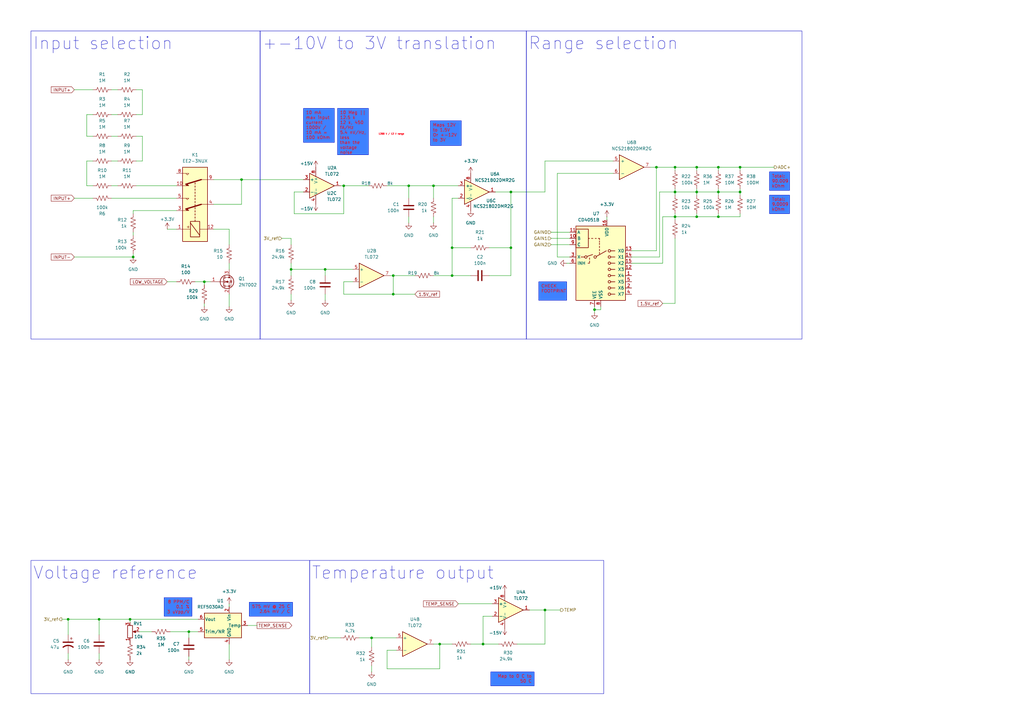
<source format=kicad_sch>
(kicad_sch (version 20231120) (generator "eeschema") (generator_version "8.0")
  (paper "A3")
  (lib_symbols
    (symbol "Amplifier_Operational:TL072" (pin_names (offset 0.127))
      (property "Reference" "U" (at 0 5.08 0))
      (property "Value" "TL072" (at 0 -5.08 0))
      (symbol "TL072_1_1"
        (pin output line (at 7.62 0 180) (length 2.54) (name "~") (number "1"))
        (pin input line (at -7.62 -2.54 0) (length 2.54) (name "-") (number "2"))
        (pin input line (at -7.62 2.54 0) (length 2.54) (name "+") (number "3"))
      )
      (symbol "TL072_2_1"
        (pin input line (at -7.62 2.54 0) (length 2.54) (name "+") (number "5"))
        (pin input line (at -7.62 -2.54 0) (length 2.54) (name "-") (number "6"))
        (pin output line (at 7.62 0 180) (length 2.54) (name "~") (number "7"))
      )
      (symbol "TL072_3_1"
        (pin power_in line (at -2.54 -7.62 90) (length 3.81) (name "V-") (number "4"))
        (pin power_in line (at -2.54 7.62 270) (length 3.81) (name "V+") (number "8"))
      )
    )
    (symbol "Analog_Switch:CD4051B"
      (property "Reference" "U" (at -10.16 16.51 0))
      (property "Value" "CD4051B" (at 3.81 16.51 0))
      (symbol "CD4051B_1_1"
        (pin bidirectional line (at 12.7 -5.08 180) (length 2.54) (name "X4") (number "1"))
        (pin input line (at -12.7 10.16 0) (length 2.54) (name "B") (number "10"))
        (pin input line (at -12.7 12.7 0) (length 2.54) (name "A") (number "11"))
        (pin bidirectional line (at 12.7 -2.54 180) (length 2.54) (name "X3") (number "12"))
        (pin bidirectional line (at 12.7 5.08 180) (length 2.54) (name "X0") (number "13"))
        (pin bidirectional line (at 12.7 2.54 180) (length 2.54) (name "X1") (number "14"))
        (pin bidirectional line (at 12.7 0 180) (length 2.54) (name "X2") (number "15"))
        (pin power_in line (at 2.54 17.78 270) (length 2.54) (name "VDD") (number "16"))
        (pin bidirectional line (at 12.7 -10.16 180) (length 2.54) (name "X6") (number "2"))
        (pin bidirectional line (at -12.7 2.54 0) (length 2.54) (name "X") (number "3"))
        (pin bidirectional line (at 12.7 -12.7 180) (length 2.54) (name "X7") (number "4"))
        (pin bidirectional line (at 12.7 -7.62 180) (length 2.54) (name "X5") (number "5"))
        (pin input line (at -12.7 0 0) (length 2.54) (name "INH") (number "6"))
        (pin power_in line (at -2.54 -17.78 90) (length 2.54) (name "VEE") (number "7"))
        (pin power_in line (at 0 -17.78 90) (length 2.54) (name "VSS") (number "8"))
        (pin input line (at -12.7 7.62 0) (length 2.54) (name "C") (number "9"))
      )
    )
    (symbol "Device:C" (pin_numbers hide) (pin_names (offset 0.254))
      (property "Reference" "C" (at 0.635 2.54 0))
      (property "Value" "C" (at 0.635 -2.54 0))
      (symbol "C_1_1"
        (pin passive line (at 0 3.81 270) (length 2.794) (name "~") (number "1"))
        (pin passive line (at 0 -3.81 90) (length 2.794) (name "~") (number "2"))
      )
    )
    (symbol "Device:C_Polarized_US" (pin_numbers hide) (pin_names (offset 0.254) hide)
      (property "Reference" "C" (at 0.635 2.54 0))
      (property "Value" "C_Polarized_US" (at 0.635 -2.54 0))
      (symbol "C_Polarized_US_1_1"
        (pin passive line (at 0 3.81 270) (length 2.794) (name "~") (number "1"))
        (pin passive line (at 0 -3.81 90) (length 3.302) (name "~") (number "2"))
      )
    )
    (symbol "Device:R_Potentiometer" (pin_names (offset 1.016) hide)
      (property "Reference" "RV" (at -4.445 0 90))
      (property "Value" "R_Potentiometer" (at -2.54 0 90))
      (symbol "R_Potentiometer_1_1"
        (pin passive line (at 0 3.81 270) (length 1.27) (name "1") (number "1"))
        (pin passive line (at 3.81 0 180) (length 1.27) (name "2") (number "2"))
        (pin passive line (at 0 -3.81 90) (length 1.27) (name "3") (number "3"))
      )
    )
    (symbol "Device:R_US" (pin_numbers hide) (pin_names (offset 0))
      (property "Reference" "R" (at 2.54 0 90))
      (property "Value" "R_US" (at -2.54 0 90))
      (symbol "R_US_1_1"
        (pin passive line (at 0 3.81 270) (length 1.27) (name "~") (number "1"))
        (pin passive line (at 0 -3.81 90) (length 1.27) (name "~") (number "2"))
      )
    )
    (symbol "Reference_Voltage:REF5030AD" (pin_names (offset 0.254))
      (property "Reference" "U" (at -1.27 8.255 0))
      (property "Value" "REF5030AD" (at -1.27 6.35 0))
      (symbol "REF5030AD_1_1"
        (pin no_connect line (at -7.62 2.54 0) (length 2.54) hide (name "DNC") (number "1"))
        (pin power_in line (at -2.54 7.62 270) (length 2.54) (name "Vin") (number "2"))
        (pin passive line (at -10.16 0 0) (length 2.54) (name "Temp") (number "3"))
        (pin power_in line (at -2.54 -7.62 90) (length 2.54) (name "GND") (number "4"))
        (pin passive line (at 10.16 -2.54 180) (length 2.54) (name "Trim/NR") (number "5"))
        (pin power_out line (at 10.16 2.54 180) (length 2.54) (name "Vout") (number "6"))
        (pin no_connect line (at -5.08 -5.08 90) (length 2.54) hide (name "NC") (number "7"))
        (pin no_connect line (at 7.62 0 180) (length 2.54) hide (name "DNC") (number "8"))
      )
    )
    (symbol "Relay:EE2-3NUX"
      (property "Reference" "K" (at 15.24 8.89 0))
      (property "Value" "EE2-3NUX" (at 19.05 6.35 0))
      (symbol "EE2-3NUX_1_1"
        (text "+" (at -9.271 2.921 0) (effects (font (size 1.27 1.27))))
        (pin passive line (at -10.16 7.62 270) (length 2.54) (name "~") (number "1"))
        (pin passive line (at 7.62 7.62 270) (length 2.54) (name "~") (number "10"))
        (pin passive line (at -10.16 -7.62 90) (length 2.54) (name "~") (number "12"))
        (pin passive line (at -2.54 7.62 270) (length 2.54) (name "~") (number "3"))
        (pin passive line (at 0 -7.62 90) (length 2.54) (name "~") (number "4"))
        (pin passive line (at 2.54 7.62 270) (length 2.54) (name "~") (number "5"))
        (pin passive line (at 12.7 7.62 270) (length 2.54) (name "~") (number "8"))
        (pin passive line (at 10.16 -7.62 90) (length 2.54) (name "~") (number "9"))
      )
    )
    (symbol "Transistor_FET:2N7002" (pin_names hide)
      (property "Reference" "Q" (at 5.08 1.905 0))
      (property "Value" "2N7002" (at 5.08 0 0))
      (symbol "2N7002_1_1"
        (pin input line (at -5.08 0 0) (length 2.54) (name "G") (number "1"))
        (pin passive line (at 2.54 -5.08 90) (length 2.54) (name "S") (number "2"))
        (pin passive line (at 2.54 5.08 270) (length 2.54) (name "D") (number "3"))
      )
    )
    (symbol "power:+15V" (power) (pin_numbers hide) (pin_names (offset 0) hide)
      (property "Value" "+15V" (at 0 3.556 0))
      (symbol "+15V_1_1"
        (pin power_in line (at 0 0 90) (length 0) (name "~") (number "1"))
      )
    )
    (symbol "power:+3.3V" (power) (pin_numbers hide) (pin_names (offset 0) hide)
      (property "Value" "+3.3V" (at 0 3.556 0))
      (symbol "+3.3V_1_1"
        (pin power_in line (at 0 0 90) (length 0) (name "~") (number "1"))
      )
    )
    (symbol "power:GND" (power) (pin_numbers hide) (pin_names (offset 0) hide)
      (property "Value" "GND" (at 0 -3.81 0))
      (symbol "GND_1_1"
        (pin power_in line (at 0 0 270) (length 0) (name "~") (number "1"))
      )
    )
    (symbol "voltmeter_lib:NCS21802DMR2G"
      (property "Reference" "U" (at 0 5.08 0))
      (property "Value" "NCS21802DMR2G" (at 0 -5.08 0))
      (symbol "NCS21802DMR2G_1_1"
        (pin output line (at 7.62 0 180) (length 2.54) (name "~") (number "1"))
        (pin input line (at -7.62 -2.54 0) (length 2.54) (name "-") (number "2"))
        (pin input line (at -7.62 2.54 0) (length 2.54) (name "+") (number "3"))
      )
      (symbol "NCS21802DMR2G_2_1"
        (pin input line (at -7.62 2.54 0) (length 2.54) (name "+") (number "5"))
        (pin input line (at -7.62 -2.54 0) (length 2.54) (name "-") (number "6"))
        (pin output line (at 7.62 0 180) (length 2.54) (name "~") (number "7"))
      )
      (symbol "NCS21802DMR2G_3_1"
        (pin power_in line (at -2.54 -7.62 90) (length 3.81) (name "V-") (number "4"))
        (pin power_in line (at -2.54 7.62 270) (length 3.81) (name "V+") (number "8"))
      )
    )
  )
  (junction (at 180.34 264.16))
  (junction (at 209.55 101.6))
  (junction (at 185.42 101.6))
  (junction (at 294.64 88.9))
  (junction (at 161.29 113.03))
  (junction (at 119.38 110.49))
  (junction (at 276.86 68.58))
  (junction (at 83.82 115.57))
  (junction (at 243.84 127))
  (junction (at 294.64 68.58))
  (junction (at 167.64 76.2))
  (junction (at 152.4 261.62))
  (junction (at 177.8 76.2))
  (junction (at 133.35 110.49))
  (junction (at 285.75 68.58))
  (junction (at 198.12 264.16))
  (junction (at 269.24 68.58))
  (junction (at 276.86 88.9))
  (junction (at 285.75 78.74))
  (junction (at 140.97 76.2))
  (junction (at 161.29 120.65))
  (junction (at 303.53 78.74))
  (junction (at 303.53 68.58))
  (junction (at 40.64 254))
  (junction (at 276.86 78.74))
  (junction (at 285.75 88.9))
  (junction (at 53.34 254))
  (junction (at 99.06 73.66))
  (junction (at 185.42 113.03))
  (junction (at 27.94 254))
  (junction (at 294.64 78.74))
  (junction (at 77.47 259.08))
  (junction (at 54.61 105.41))
  (junction (at 223.52 250.19))
  (junction (at 209.55 78.74))
  (wire (pts (xy 276.86 88.9) (xy 276.86 90.17)))
  (wire (pts (xy 177.8 76.2) (xy 187.96 76.2)))
  (wire (pts (xy 162.56 266.7) (xy 158.75 266.7)))
  (wire (pts (xy 285.75 87.63) (xy 285.75 88.9)))
  (wire (pts (xy 45.72 76.2) (xy 48.26 76.2)))
  (wire (pts (xy 294.64 87.63) (xy 294.64 88.9)))
  (wire (pts (xy 167.64 91.44) (xy 167.64 88.9)))
  (wire (pts (xy 140.97 120.65) (xy 161.29 120.65)))
  (wire (pts (xy 133.35 110.49) (xy 144.78 110.49)))
  (wire (pts (xy 303.53 87.63) (xy 303.53 88.9)))
  (wire (pts (xy 139.7 76.2) (xy 140.97 76.2)))
  (wire (pts (xy 233.68 105.41) (xy 228.6 105.41)))
  (wire (pts (xy 58.42 66.04) (xy 55.88 66.04)))
  (wire (pts (xy 30.48 81.28) (xy 38.1 81.28)))
  (wire (pts (xy 226.06 100.33) (xy 233.68 100.33)))
  (wire (pts (xy 83.82 115.57) (xy 86.36 115.57)))
  (wire (pts (xy 266.7 68.58) (xy 269.24 68.58)))
  (wire (pts (xy 177.8 264.16) (xy 180.34 264.16)))
  (wire (pts (xy 294.64 69.85) (xy 294.64 68.58)))
  (wire (pts (xy 93.98 110.49) (xy 93.98 107.95)))
  (wire (pts (xy 259.08 105.41) (xy 270.51 105.41)))
  (wire (pts (xy 294.64 88.9) (xy 303.53 88.9)))
  (wire (pts (xy 120.65 87.63) (xy 120.65 78.74)))
  (wire (pts (xy 152.4 261.62) (xy 162.56 261.62)))
  (wire (pts (xy 269.24 68.58) (xy 276.86 68.58)))
  (wire (pts (xy 212.09 264.16) (xy 223.52 264.16)))
  (wire (pts (xy 285.75 78.74) (xy 294.64 78.74)))
  (wire (pts (xy 185.42 113.03) (xy 185.42 101.6)))
  (wire (pts (xy 58.42 46.99) (xy 55.88 46.99)))
  (wire (pts (xy 55.88 76.2) (xy 72.39 76.2)))
  (wire (pts (xy 68.58 115.57) (xy 72.39 115.57)))
  (wire (pts (xy 93.98 270.51) (xy 93.98 264.16)))
  (wire (pts (xy 115.57 97.79) (xy 119.38 97.79)))
  (wire (pts (xy 271.78 124.46) (xy 276.86 124.46)))
  (wire (pts (xy 285.75 88.9) (xy 294.64 88.9)))
  (wire (pts (xy 152.4 261.62) (xy 152.4 265.43)))
  (wire (pts (xy 54.61 105.41) (xy 54.61 104.14)))
  (wire (pts (xy 80.01 115.57) (xy 83.82 115.57)))
  (wire (pts (xy 269.24 68.58) (xy 269.24 102.87)))
  (wire (pts (xy 198.12 252.73) (xy 198.12 264.16)))
  (wire (pts (xy 134.62 261.62) (xy 139.7 261.62)))
  (wire (pts (xy 35.56 66.04) (xy 35.56 76.2)))
  (wire (pts (xy 193.04 113.03) (xy 185.42 113.03)))
  (wire (pts (xy 140.97 76.2) (xy 140.97 87.63)))
  (wire (pts (xy 53.34 254) (xy 81.28 254)))
  (wire (pts (xy 294.64 78.74) (xy 303.53 78.74)))
  (wire (pts (xy 226.06 97.79) (xy 233.68 97.79)))
  (wire (pts (xy 193.04 264.16) (xy 198.12 264.16)))
  (wire (pts (xy 170.18 120.65) (xy 161.29 120.65)))
  (wire (pts (xy 40.64 254) (xy 40.64 260.35)))
  (wire (pts (xy 228.6 71.12) (xy 251.46 71.12)))
  (wire (pts (xy 161.29 113.03) (xy 161.29 120.65)))
  (wire (pts (xy 87.63 73.66) (xy 99.06 73.66)))
  (wire (pts (xy 160.02 113.03) (xy 161.29 113.03)))
  (wire (pts (xy 54.61 86.36) (xy 54.61 87.63)))
  (wire (pts (xy 30.48 36.83) (xy 38.1 36.83)))
  (wire (pts (xy 187.96 247.65) (xy 201.93 247.65)))
  (wire (pts (xy 45.72 46.99) (xy 48.26 46.99)))
  (wire (pts (xy 185.42 81.28) (xy 185.42 101.6)))
  (wire (pts (xy 93.98 125.73) (xy 93.98 120.65)))
  (wire (pts (xy 119.38 110.49) (xy 133.35 110.49)))
  (wire (pts (xy 119.38 107.95) (xy 119.38 110.49)))
  (wire (pts (xy 243.84 127) (xy 246.38 127)))
  (wire (pts (xy 158.75 274.32) (xy 180.34 274.32)))
  (wire (pts (xy 30.48 105.41) (xy 54.61 105.41)))
  (wire (pts (xy 226.06 95.25) (xy 233.68 95.25)))
  (wire (pts (xy 271.78 88.9) (xy 276.86 88.9)))
  (wire (pts (xy 83.82 115.57) (xy 83.82 116.84)))
  (wire (pts (xy 177.8 113.03) (xy 185.42 113.03)))
  (wire (pts (xy 140.97 115.57) (xy 140.97 120.65)))
  (wire (pts (xy 152.4 275.59) (xy 152.4 273.05)))
  (wire (pts (xy 232.41 107.95) (xy 233.68 107.95)))
  (wire (pts (xy 54.61 86.36) (xy 72.39 86.36)))
  (wire (pts (xy 93.98 247.65) (xy 93.98 248.92)))
  (wire (pts (xy 40.64 270.51) (xy 40.64 267.97)))
  (wire (pts (xy 243.84 127) (xy 243.84 125.73)))
  (wire (pts (xy 45.72 81.28) (xy 72.39 81.28)))
  (wire (pts (xy 223.52 250.19) (xy 229.87 250.19)))
  (wire (pts (xy 204.47 264.16) (xy 198.12 264.16)))
  (wire (pts (xy 276.86 97.79) (xy 276.86 124.46)))
  (wire (pts (xy 58.42 36.83) (xy 58.42 46.99)))
  (wire (pts (xy 276.86 78.74) (xy 285.75 78.74)))
  (wire (pts (xy 285.75 68.58) (xy 294.64 68.58)))
  (wire (pts (xy 200.66 101.6) (xy 209.55 101.6)))
  (wire (pts (xy 177.8 81.28) (xy 177.8 76.2)))
  (wire (pts (xy 303.53 68.58) (xy 294.64 68.58)))
  (wire (pts (xy 285.75 80.01) (xy 285.75 78.74)))
  (wire (pts (xy 259.08 107.95) (xy 271.78 107.95)))
  (wire (pts (xy 209.55 101.6) (xy 209.55 78.74)))
  (wire (pts (xy 144.78 115.57) (xy 140.97 115.57)))
  (wire (pts (xy 223.52 66.04) (xy 223.52 78.74)))
  (wire (pts (xy 77.47 270.51) (xy 77.47 269.24)))
  (wire (pts (xy 45.72 55.88) (xy 48.26 55.88)))
  (wire (pts (xy 180.34 264.16) (xy 185.42 264.16)))
  (wire (pts (xy 93.98 100.33) (xy 93.98 93.98)))
  (wire (pts (xy 58.42 55.88) (xy 58.42 66.04)))
  (wire (pts (xy 285.75 77.47) (xy 285.75 78.74)))
  (wire (pts (xy 158.75 76.2) (xy 167.64 76.2)))
  (wire (pts (xy 243.84 127) (xy 243.84 128.27)))
  (wire (pts (xy 55.88 55.88) (xy 58.42 55.88)))
  (wire (pts (xy 223.52 78.74) (xy 209.55 78.74)))
  (wire (pts (xy 223.52 66.04) (xy 251.46 66.04)))
  (wire (pts (xy 147.32 261.62) (xy 152.4 261.62)))
  (wire (pts (xy 55.88 36.83) (xy 58.42 36.83)))
  (wire (pts (xy 158.75 266.7) (xy 158.75 274.32)))
  (wire (pts (xy 133.35 123.19) (xy 133.35 120.65)))
  (wire (pts (xy 93.98 93.98) (xy 87.63 93.98)))
  (wire (pts (xy 303.53 69.85) (xy 303.53 68.58)))
  (wire (pts (xy 246.38 127) (xy 246.38 125.73)))
  (wire (pts (xy 38.1 46.99) (xy 35.56 46.99)))
  (wire (pts (xy 133.35 110.49) (xy 133.35 113.03)))
  (wire (pts (xy 161.29 113.03) (xy 170.18 113.03)))
  (wire (pts (xy 276.86 88.9) (xy 285.75 88.9)))
  (wire (pts (xy 120.65 87.63) (xy 140.97 87.63)))
  (wire (pts (xy 270.51 105.41) (xy 270.51 78.74)))
  (wire (pts (xy 180.34 274.32) (xy 180.34 264.16)))
  (wire (pts (xy 35.56 76.2) (xy 38.1 76.2)))
  (wire (pts (xy 120.65 78.74) (xy 124.46 78.74)))
  (wire (pts (xy 40.64 254) (xy 53.34 254)))
  (wire (pts (xy 167.64 76.2) (xy 167.64 81.28)))
  (wire (pts (xy 77.47 259.08) (xy 81.28 259.08)))
  (wire (pts (xy 27.94 254) (xy 40.64 254)))
  (wire (pts (xy 271.78 107.95) (xy 271.78 88.9)))
  (wire (pts (xy 276.86 68.58) (xy 285.75 68.58)))
  (wire (pts (xy 185.42 81.28) (xy 187.96 81.28)))
  (wire (pts (xy 119.38 110.49) (xy 119.38 113.03)))
  (wire (pts (xy 140.97 76.2) (xy 151.13 76.2)))
  (wire (pts (xy 119.38 97.79) (xy 119.38 100.33)))
  (wire (pts (xy 285.75 69.85) (xy 285.75 68.58)))
  (wire (pts (xy 167.64 76.2) (xy 177.8 76.2)))
  (wire (pts (xy 38.1 66.04) (xy 35.56 66.04)))
  (wire (pts (xy 223.52 250.19) (xy 217.17 250.19)))
  (wire (pts (xy 53.34 254) (xy 53.34 255.27)))
  (wire (pts (xy 25.4 254) (xy 27.94 254)))
  (wire (pts (xy 270.51 78.74) (xy 276.86 78.74)))
  (wire (pts (xy 276.86 88.9) (xy 276.86 87.63)))
  (wire (pts (xy 303.53 77.47) (xy 303.53 78.74)))
  (wire (pts (xy 45.72 36.83) (xy 48.26 36.83)))
  (wire (pts (xy 27.94 254) (xy 27.94 260.35)))
  (wire (pts (xy 276.86 78.74) (xy 276.86 80.01)))
  (wire (pts (xy 35.56 46.99) (xy 35.56 55.88)))
  (wire (pts (xy 228.6 105.41) (xy 228.6 71.12)))
  (wire (pts (xy 209.55 78.74) (xy 203.2 78.74)))
  (wire (pts (xy 83.82 124.46) (xy 83.82 125.73)))
  (wire (pts (xy 99.06 73.66) (xy 124.46 73.66)))
  (wire (pts (xy 54.61 95.25) (xy 54.61 96.52)))
  (wire (pts (xy 45.72 66.04) (xy 48.26 66.04)))
  (wire (pts (xy 68.58 93.98) (xy 72.39 93.98)))
  (wire (pts (xy 35.56 55.88) (xy 38.1 55.88)))
  (wire (pts (xy 209.55 113.03) (xy 209.55 101.6)))
  (wire (pts (xy 193.04 101.6) (xy 185.42 101.6)))
  (wire (pts (xy 101.6 256.54) (xy 105.41 256.54)))
  (wire (pts (xy 248.92 88.9) (xy 248.92 90.17)))
  (wire (pts (xy 99.06 83.82) (xy 99.06 73.66)))
  (wire (pts (xy 119.38 123.19) (xy 119.38 120.65)))
  (wire (pts (xy 57.15 259.08) (xy 62.23 259.08)))
  (wire (pts (xy 276.86 77.47) (xy 276.86 78.74)))
  (wire (pts (xy 77.47 259.08) (xy 77.47 261.62)))
  (wire (pts (xy 198.12 252.73) (xy 201.93 252.73)))
  (wire (pts (xy 87.63 83.82) (xy 99.06 83.82)))
  (wire (pts (xy 177.8 91.44) (xy 177.8 88.9)))
  (wire (pts (xy 259.08 102.87) (xy 269.24 102.87)))
  (wire (pts (xy 303.53 80.01) (xy 303.53 78.74)))
  (wire (pts (xy 317.5 68.58) (xy 303.53 68.58)))
  (wire (pts (xy 294.64 80.01) (xy 294.64 78.74)))
  (wire (pts (xy 200.66 113.03) (xy 209.55 113.03)))
  (wire (pts (xy 69.85 259.08) (xy 77.47 259.08)))
  (wire (pts (xy 27.94 270.51) (xy 27.94 267.97)))
  (wire (pts (xy 276.86 68.58) (xy 276.86 69.85)))
  (wire (pts (xy 223.52 264.16) (xy 223.52 250.19)))
  (wire (pts (xy 294.64 77.47) (xy 294.64 78.74)))
  (rectangle (start 127 229.87) (end 247.65 284.48))
  (rectangle (start 12.7 229.87) (end 127 284.48))
  (rectangle (start 106.68 12.7) (end 215.9 139.065))
  (rectangle (start 215.9 12.7) (end 328.93 139.065))
  (rectangle (start 12.7 12.7) (end 106.68 139.065))
  (text_box "CHECK\nFOOTPRINT" (at 220.98 115.57 0) (size 11.43 7.62) (fill (type color) (color 62 129 255 1)) (effects (font (size 1.27 1.27)) (justify left top)))
  (text_box "8 PPM/C\n0.1 %\n3 uVpp/V" (at 67.31 245.11 0) (size 11.43 7.62) (fill (type color) (color 62 129 255 1)) (effects (font (size 1.27 1.27)) (justify right top)))
  (text_box "575 mV @ 25 C\n2.64 mV / C" (at 102.235 247.015 0) (size 17.78 5.715) (fill (type color) (color 62 129 255 1)) (effects (font (size 1.27 1.27)) (justify right top)))
  (text_box "Maps 12V to 1.5V\nOr +-12V to 3V" (at 176.53 49.53 0) (size 12.7 10.16) (fill (type color) (color 62 129 255 1)) (effects (font (size 1.27 1.27)) (justify left top)))
  (text_box "Total: 90.009 kOhm" (at 315.595 70.485 0) (size 8.255 7.62) (fill (type color) (color 62 129 255 1)) (effects (font (size 1.27 1.27)) (justify left top)))
  (text_box "Map to 0 C to 50 C" (at 201.295 275.59 0) (size 17.78 5.715) (fill (type color) (color 62 129 255 1)) (effects (font (size 1.27 1.27)) (justify right top)))
  (text_box "10 Meg || 12.5 k \n12 k, 450 fA/Hz\n5.4 nV/Hz, less\nthan the voltage \nnoise" (at 138.43 44.45 0) (size 12.7 19.05) (fill (type color) (color 62 129 255 1)) (effects (font (size 1.27 1.27)) (justify left top)))
  (text_box "10 mA max input current\n1000V / 10 mA = 100 kOhm" (at 124.46 44.45 0) (size 12.7 13.97) (fill (type color) (color 62 129 255 1)) (effects (font (size 1.27 1.27)) (justify left top)))
  (text_box "Total: 9.0009 kOhm" (at 315.595 80.01 0) (size 8.255 7.62) (fill (type color) (color 62 129 255 1)) (effects (font (size 1.27 1.27)) (justify left top)))
  (text "Temperature output" (at 127.762 235.077 0) (effects (font (size 5.08 5.08)) (justify left)))
  (text "Range selection" (at 216.662 17.907 0) (effects (font (size 5.08 5.08)) (justify left)))
  (text "Input selection" (at 13.462 17.907 0) (effects (font (size 5.08 5.08)) (justify left)))
  (text "+-10V to 3V translation" (at 107.442 17.907 0) (effects (font (size 5.08 5.08)) (justify left)))
  (text "1200 V / 12 V range" (at 160.528 55.118 0) (effects (font (size 0.635 0.635))))
  (text "Voltage reference" (at 13.462 235.077 0) (effects (font (size 5.08 5.08)) (justify left)))
  (global_label "INPUT+" (shape input) (at 30.48 36.83 180) (property "Intersheetrefs" "${INTERSHEET_REFS}" (effects (hide yes))))
  (global_label "1.5V_ref" (shape input) (at 170.18 120.65 0) (property "Intersheetrefs" "${INTERSHEET_REFS}" (effects (hide yes))))
  (global_label "LOW_VOLTAGE" (shape input) (at 68.58 115.57 180) (property "Intersheetrefs" "${INTERSHEET_REFS}" (effects (hide yes))))
  (global_label "INPUT-" (shape input) (at 30.48 105.41 180) (property "Intersheetrefs" "${INTERSHEET_REFS}" (effects (hide yes))))
  (global_label "TEMP_SENSE" (shape input) (at 187.96 247.65 180) (property "Intersheetrefs" "${INTERSHEET_REFS}" (effects (hide yes))))
  (global_label "TEMP_SENSE" (shape output) (at 105.41 256.54 0) (property "Intersheetrefs" "${INTERSHEET_REFS}" (effects (hide yes))))
  (global_label "INPUT+" (shape input) (at 30.48 81.28 180) (property "Intersheetrefs" "${INTERSHEET_REFS}" (effects (hide yes))))
  (global_label "1.5V_ref" (shape input) (at 271.78 124.46 180) (property "Intersheetrefs" "${INTERSHEET_REFS}" (effects (hide yes))))
  (hierarchical_label "GAIN1" (shape input) (at 226.06 97.79 180))
  (hierarchical_label "TEMP" (shape output) (at 229.87 250.19 0))
  (hierarchical_label "ADC+" (shape output) (at 317.5 68.58 0))
  (hierarchical_label "3V_ref" (shape input) (at 115.57 97.79 180))
  (hierarchical_label "GAIN2" (shape input) (at 226.06 100.33 180))
  (hierarchical_label "3V_ref" (shape input) (at 134.62 261.62 180))
  (hierarchical_label "3V_ref" (shape output) (at 25.4 254 180))
  (hierarchical_label "GAIN0" (shape input) (at 226.06 95.25 180))
  (symbol (lib_id "Device:R_US") (at 41.91 55.88 90) (unit 1)
    (property "Reference" "R5" (at 41.91 49.53 90))
    (property "Value" "1M" (at 41.91 52.07 90))
    (property "Footprint" "Resistor_SMD:R_1206_3216Metric_Pad1.30x1.75mm_HandSolder" (effects (hide yes)))
    (property "Description" "Resistor, US symbol" (effects (hide yes)))
  )
  (symbol (lib_id "power:+15V") (at 207.01 242.57 0) (unit 1)
    (property "Reference" "#PWR029" (effects (hide yes)))
    (property "Value" "+15V" (at 203.2 241.046 0))
    (property "Description" "Power symbol creates a global label with name \"+15V\"" (effects (hide yes)))
  )
  (symbol (lib_id "Device:R_US") (at 276.86 73.66 180) (unit 1)
    (property "Reference" "R22" (at 279.4 72.3899 0) (effects (justify right)))
    (property "Value" "100k" (at 279.4 74.9299 0) (effects (justify right)))
    (property "Footprint" "Resistor_SMD:R_0603_1608Metric_Pad0.98x0.95mm_HandSolder" (effects (hide yes)))
    (property "Description" "Resistor, US symbol" (effects (hide yes)))
  )
  (symbol (lib_id "Device:R_US") (at 76.2 115.57 270) (unit 1)
    (property "Reference" "R14" (at 76.2 109.22 90))
    (property "Value" "100" (at 76.2 111.76 90))
    (property "Footprint" "Resistor_SMD:R_0603_1608Metric_Pad0.98x0.95mm_HandSolder" (effects (hide yes)))
    (property "Description" "Resistor, US symbol" (effects (hide yes)))
  )
  (symbol (lib_id "voltmeter_lib:NCS21802DMR2G") (at 259.08 68.58 0) (unit 2)
    (property "Reference" "U6" (at 259.08 58.42 0))
    (property "Value" "NCS21802DMR2G" (at 259.08 60.96 0))
    (property "Footprint" "Package_SO:OnSemi_Micro8" (effects (hide yes)))
    (property "Datasheet" "https://eu.mouser.com/datasheet/2/308/1/NCS21801_D-2317591.pdf" (effects (hide yes)))
    (property "Description" "Dual operational amplifier" (effects (hide yes)))
    (property "Sim.Library" "${KICAD7_SYMBOL_DIR}/Simulation_SPICE.sp" (effects (hide yes)))
    (property "Sim.Name" "kicad_builtin_opamp_dual" (effects (hide yes)))
    (property "Sim.Device" "SUBCKT" (effects (hide yes)))
    (property "Sim.Pins" "1=out1 2=in1- 3=in1+ 4=vee 5=in2+ 6=in2- 7=out2 8=vcc" (effects (hide yes)))
  )
  (symbol (lib_id "power:+15V") (at 129.54 68.58 0) (unit 1)
    (property "Reference" "#PWR014" (effects (hide yes)))
    (property "Value" "+15V" (at 125.73 67.056 0))
    (property "Description" "Power symbol creates a global label with name \"+15V\"" (effects (hide yes)))
  )
  (symbol (lib_id "Transistor_FET:2N7002") (at 91.44 115.57 0) (unit 1)
    (property "Reference" "Q1" (at 97.79 114.2999 0) (effects (justify left)))
    (property "Value" "2N7002" (at 97.79 116.8399 0) (effects (justify left)))
    (property "Footprint" "Package_TO_SOT_SMD:SOT-23" (effects (hide yes)))
    (property "Datasheet" "https://www.onsemi.com/pub/Collateral/NDS7002A-D.PDF" (effects (hide yes)))
    (property "Description" "0.115A Id, 60V Vds, N-Channel MOSFET, SOT-23" (effects (hide yes)))
  )
  (symbol (lib_id "Device:R_US") (at 154.94 76.2 270) (mirror x) (unit 1)
    (property "Reference" "R18" (at 150.114 75.184 90))
    (property "Value" "8k" (at 160.02 75.184 90))
    (property "Footprint" "Resistor_SMD:R_0603_1608Metric_Pad0.98x0.95mm_HandSolder" (effects (hide yes)))
    (property "Description" "Resistor, US symbol" (effects (hide yes)))
  )
  (symbol (lib_id "Amplifier_Operational:TL072") (at 209.55 250.19 0) (unit 1)
    (property "Reference" "U4" (at 213.614 242.824 0))
    (property "Value" "TL072" (at 213.614 245.364 0))
    (property "Footprint" "Package_SO:SOIC-8_3.9x4.9mm_P1.27mm" (effects (hide yes)))
    (property "Datasheet" "http://www.ti.com/lit/ds/symlink/tl071.pdf" (effects (hide yes)))
    (property "Description" "Dual Low-Noise JFET-Input Operational Amplifiers, DIP-8/SOIC-8" (effects (hide yes)))
  )
  (symbol (lib_id "Device:R_US") (at 52.07 55.88 90) (unit 1)
    (property "Reference" "R7" (at 52.07 49.53 90))
    (property "Value" "1M" (at 52.07 52.07 90))
    (property "Footprint" "Resistor_SMD:R_1206_3216Metric_Pad1.30x1.75mm_HandSolder" (effects (hide yes)))
    (property "Description" "Resistor, US symbol" (effects (hide yes)))
  )
  (symbol (lib_id "Device:R_US") (at 208.28 264.16 270) (mirror x) (unit 1)
    (property "Reference" "R30" (at 210.312 267.716 90) (effects (justify right)))
    (property "Value" "24.9k" (at 210.312 270.256 90) (effects (justify right)))
    (property "Footprint" "Resistor_SMD:R_0603_1608Metric_Pad0.98x0.95mm_HandSolder" (effects (hide yes)))
    (property "Description" "Resistor, US symbol" (effects (hide yes)))
  )
  (symbol (lib_id "Device:R_US") (at 83.82 120.65 0) (mirror x) (unit 1)
    (property "Reference" "R29" (at 81.28 119.3799 0) (effects (justify right)))
    (property "Value" "100k" (at 81.28 121.9199 0) (effects (justify right)))
    (property "Footprint" "Resistor_SMD:R_0603_1608Metric_Pad0.98x0.95mm_HandSolder" (effects (hide yes)))
    (property "Description" "Resistor, US symbol" (effects (hide yes)))
  )
  (symbol (lib_id "Device:R_US") (at 52.07 66.04 90) (unit 1)
    (property "Reference" "R9" (at 52.07 59.69 90))
    (property "Value" "1M" (at 52.07 62.23 90))
    (property "Footprint" "Resistor_SMD:R_1206_3216Metric_Pad1.30x1.75mm_HandSolder" (effects (hide yes)))
    (property "Description" "Resistor, US symbol" (effects (hide yes)))
  )
  (symbol (lib_id "Device:R_US") (at 285.75 83.82 180) (unit 1)
    (property "Reference" "R25" (at 288.29 82.5499 0) (effects (justify right)))
    (property "Value" "100k" (at 288.29 85.0899 0) (effects (justify right)))
    (property "Footprint" "Resistor_SMD:R_0603_1608Metric_Pad0.98x0.95mm_HandSolder" (effects (hide yes)))
    (property "Description" "Resistor, US symbol" (effects (hide yes)))
  )
  (symbol (lib_id "Device:R_US") (at 41.91 81.28 270) (mirror x) (unit 1)
    (property "Reference" "R6" (at 41.91 87.63 90))
    (property "Value" "100k" (at 41.91 85.09 90))
    (property "Footprint" "Resistor_SMD:R_0603_1608Metric_Pad0.98x0.95mm_HandSolder" (effects (hide yes)))
    (property "Description" "Resistor, US symbol" (effects (hide yes)))
  )
  (symbol (lib_id "power:GND") (at 133.35 123.19 0) (unit 1)
    (property "Reference" "#PWR036" (effects (hide yes)))
    (property "Value" "GND" (at 133.35 128.27 0))
    (property "Description" "Power symbol creates a global label with name \"GND\" , ground" (effects (hide yes)))
  )
  (symbol (lib_id "Device:C") (at 40.64 264.16 0) (mirror x) (unit 1)
    (property "Reference" "C6" (at 36.83 262.8899 0) (effects (justify right)))
    (property "Value" "100n" (at 36.83 265.4299 0) (effects (justify right)))
    (property "Footprint" "Capacitor_SMD:C_0603_1608Metric_Pad1.08x0.95mm_HandSolder" (effects (hide yes)))
    (property "Description" "Unpolarized capacitor" (effects (hide yes)))
  )
  (symbol (lib_id "power:GND") (at 40.64 270.51 0) (unit 1)
    (property "Reference" "#PWR033" (effects (hide yes)))
    (property "Value" "GND" (at 40.64 275.59 0))
    (property "Description" "Power symbol creates a global label with name \"GND\" , ground" (effects (hide yes)))
  )
  (symbol (lib_id "power:+3.3V") (at 193.04 71.12 0) (unit 1)
    (property "Reference" "#PWR018" (effects (hide yes)))
    (property "Value" "+3.3V" (at 193.04 66.04 0))
    (property "Description" "Power symbol creates a global label with name \"+3.3V\"" (effects (hide yes)))
  )
  (symbol (lib_id "Device:R_US") (at 294.64 83.82 180) (unit 1)
    (property "Reference" "R26" (at 297.18 82.5499 0) (effects (justify right)))
    (property "Value" "1M" (at 297.18 85.0899 0) (effects (justify right)))
    (property "Footprint" "Resistor_SMD:R_0603_1608Metric_Pad0.98x0.95mm_HandSolder" (effects (hide yes)))
    (property "Description" "Resistor, US symbol" (effects (hide yes)))
  )
  (symbol (lib_id "Device:R_US") (at 41.91 76.2 90) (unit 1)
    (property "Reference" "R10" (at 41.91 69.85 90))
    (property "Value" "1M" (at 41.91 72.39 90))
    (property "Footprint" "Resistor_SMD:R_1206_3216Metric_Pad1.30x1.75mm_HandSolder" (effects (hide yes)))
    (property "Description" "Resistor, US symbol" (effects (hide yes)))
  )
  (symbol (lib_id "power:GND") (at 54.61 105.41 0) (unit 1)
    (property "Reference" "#PWR01" (effects (hide yes)))
    (property "Value" "GND" (at 54.61 110.49 0))
    (property "Description" "Power symbol creates a global label with name \"GND\" , ground" (effects (hide yes)))
  )
  (symbol (lib_id "Device:R_US") (at 52.07 46.99 90) (unit 1)
    (property "Reference" "R4" (at 52.07 40.64 90))
    (property "Value" "1M" (at 52.07 43.18 90))
    (property "Footprint" "Resistor_SMD:R_1206_3216Metric_Pad1.30x1.75mm_HandSolder" (effects (hide yes)))
    (property "Description" "Resistor, US symbol" (effects (hide yes)))
  )
  (symbol (lib_id "Amplifier_Operational:TL072") (at 209.55 250.19 0) (unit 3)
    (property "Reference" "U4" (effects (hide yes)))
    (property "Value" "TL072" (effects (hide yes)))
    (property "Footprint" "Package_SO:SOIC-8_3.9x4.9mm_P1.27mm" (effects (hide yes)))
    (property "Datasheet" "http://www.ti.com/lit/ds/symlink/tl071.pdf" (effects (hide yes)))
    (property "Description" "Dual Low-Noise JFET-Input Operational Amplifiers, DIP-8/SOIC-8" (effects (hide yes)))
  )
  (symbol (lib_id "Amplifier_Operational:TL072") (at 170.18 264.16 0) (unit 2)
    (property "Reference" "U4" (at 170.18 254 0))
    (property "Value" "TL072" (at 170.18 256.54 0))
    (property "Footprint" "Package_SO:SOIC-8_3.9x4.9mm_P1.27mm" (effects (hide yes)))
    (property "Datasheet" "http://www.ti.com/lit/ds/symlink/tl071.pdf" (effects (hide yes)))
    (property "Description" "Dual Low-Noise JFET-Input Operational Amplifiers, DIP-8/SOIC-8" (effects (hide yes)))
  )
  (symbol (lib_id "Device:R_US") (at 54.61 100.33 0) (mirror x) (unit 1)
    (property "Reference" "R13" (at 52.07 99.0599 0) (effects (justify right)))
    (property "Value" "100k" (at 52.07 101.5999 0) (effects (justify right)))
    (property "Footprint" "Resistor_SMD:R_0603_1608Metric_Pad0.98x0.95mm_HandSolder" (effects (hide yes)))
    (property "Description" "Resistor, US symbol" (effects (hide yes)))
  )
  (symbol (lib_id "power:GND") (at 83.82 125.73 0) (unit 1)
    (property "Reference" "#PWR028" (effects (hide yes)))
    (property "Value" "GND" (at 83.82 130.81 0))
    (property "Description" "Power symbol creates a global label with name \"GND\" , ground" (effects (hide yes)))
  )
  (symbol (lib_id "power:+15V") (at 129.54 83.82 180) (unit 1)
    (property "Reference" "#PWR015" (effects (hide yes)))
    (property "Value" "-15V" (at 125.73 85.598 0))
    (property "Description" "Power symbol creates a global label with name \"+15V\"" (effects (hide yes)))
  )
  (symbol (lib_id "Device:R_US") (at 152.4 269.24 0) (mirror x) (unit 1)
    (property "Reference" "R32" (at 149.86 267.9699 0) (effects (justify right)))
    (property "Value" "1k" (at 149.86 270.5099 0) (effects (justify right)))
    (property "Footprint" "Resistor_SMD:R_0603_1608Metric_Pad0.98x0.95mm_HandSolder" (effects (hide yes)))
    (property "Description" "Resistor, US symbol" (effects (hide yes)))
  )
  (symbol (lib_id "Device:C") (at 77.47 265.43 0) (mirror x) (unit 1)
    (property "Reference" "C7" (at 73.66 264.1599 0) (effects (justify right)))
    (property "Value" "100n" (at 73.66 266.6999 0) (effects (justify right)))
    (property "Footprint" "Capacitor_SMD:C_0603_1608Metric_Pad1.08x0.95mm_HandSolder" (effects (hide yes)))
    (property "Description" "Unpolarized capacitor" (effects (hide yes)))
  )
  (symbol (lib_id "voltmeter_lib:NCS21802DMR2G") (at 195.58 78.74 0) (unit 3)
    (property "Reference" "U6" (at 199.39 82.296 0) (effects (justify left)))
    (property "Value" "NCS21802DMR2G" (at 194.056 84.582 0) (effects (justify left)))
    (property "Footprint" "Package_SO:OnSemi_Micro8" (effects (hide yes)))
    (property "Datasheet" "https://eu.mouser.com/datasheet/2/308/1/NCS21801_D-2317591.pdf" (effects (hide yes)))
    (property "Description" "Dual operational amplifier" (effects (hide yes)))
    (property "Sim.Library" "${KICAD7_SYMBOL_DIR}/Simulation_SPICE.sp" (effects (hide yes)))
    (property "Sim.Name" "kicad_builtin_opamp_dual" (effects (hide yes)))
    (property "Sim.Device" "SUBCKT" (effects (hide yes)))
    (property "Sim.Pins" "1=out1 2=in1- 3=in1+ 4=vee 5=in2+ 6=in2- 7=out2 8=vcc" (effects (hide yes)))
  )
  (symbol (lib_id "power:GND") (at 232.41 107.95 270) (unit 1)
    (property "Reference" "#PWR023" (effects (hide yes)))
    (property "Value" "GND" (at 228.6 107.9499 90) (effects (justify right)))
    (property "Description" "Power symbol creates a global label with name \"GND\" , ground" (effects (hide yes)))
  )
  (symbol (lib_id "Device:R_US") (at 276.86 93.98 180) (unit 1)
    (property "Reference" "R24" (at 279.4 92.7099 0) (effects (justify right)))
    (property "Value" "1k" (at 279.4 95.2499 0) (effects (justify right)))
    (property "Footprint" "Resistor_SMD:R_0603_1608Metric_Pad0.98x0.95mm_HandSolder" (effects (hide yes)))
    (property "Description" "Resistor, US symbol" (effects (hide yes)))
  )
  (symbol (lib_id "power:GND") (at 243.84 128.27 0) (unit 1)
    (property "Reference" "#PWR020" (effects (hide yes)))
    (property "Value" "GND" (at 243.84 133.35 0))
    (property "Description" "Power symbol creates a global label with name \"GND\" , ground" (effects (hide yes)))
  )
  (symbol (lib_id "Device:R_US") (at 119.38 116.84 0) (mirror x) (unit 1)
    (property "Reference" "R17" (at 116.84 115.5699 0) (effects (justify right)))
    (property "Value" "24.9k" (at 116.84 118.1099 0) (effects (justify right)))
    (property "Footprint" "Resistor_SMD:R_0603_1608Metric_Pad0.98x0.95mm_HandSolder" (effects (hide yes)))
    (property "Description" "Resistor, US symbol" (effects (hide yes)))
  )
  (symbol (lib_id "Device:R_US") (at 189.23 264.16 90) (mirror x) (unit 1)
    (property "Reference" "R31" (at 187.198 267.208 90) (effects (justify right)))
    (property "Value" "1k" (at 187.198 269.748 90) (effects (justify right)))
    (property "Footprint" "Resistor_SMD:R_0603_1608Metric_Pad0.98x0.95mm_HandSolder" (effects (hide yes)))
    (property "Description" "Resistor, US symbol" (effects (hide yes)))
  )
  (symbol (lib_id "Device:R_US") (at 294.64 73.66 180) (unit 1)
    (property "Reference" "R37" (at 297.18 72.3899 0) (effects (justify right)))
    (property "Value" "10M" (at 297.18 74.9299 0) (effects (justify right)))
    (property "Footprint" "Resistor_SMD:R_0603_1608Metric_Pad0.98x0.95mm_HandSolder" (effects (hide yes)))
    (property "Description" "Resistor, US symbol" (effects (hide yes)))
  )
  (symbol (lib_id "Device:R_US") (at 93.98 104.14 0) (mirror x) (unit 1)
    (property "Reference" "R15" (at 91.44 102.8699 0) (effects (justify right)))
    (property "Value" "10" (at 91.44 105.4099 0) (effects (justify right)))
    (property "Footprint" "Resistor_SMD:R_0603_1608Metric_Pad0.98x0.95mm_HandSolder" (effects (hide yes)))
    (property "Description" "Resistor, US symbol" (effects (hide yes)))
  )
  (symbol (lib_id "Device:R_US") (at 53.34 266.7 180) (unit 1)
    (property "Reference" "R34" (at 55.88 265.4299 0) (effects (justify right)))
    (property "Value" "2k" (at 55.88 267.9699 0) (effects (justify right)))
    (property "Footprint" "Resistor_SMD:R_0603_1608Metric_Pad0.98x0.95mm_HandSolder" (effects (hide yes)))
    (property "Description" "Resistor, US symbol" (effects (hide yes)))
  )
  (symbol (lib_id "power:GND") (at 93.98 270.51 0) (mirror y) (unit 1)
    (property "Reference" "#PWR03" (effects (hide yes)))
    (property "Value" "GND" (at 93.98 275.59 0))
    (property "Description" "Power symbol creates a global label with name \"GND\" , ground" (effects (hide yes)))
  )
  (symbol (lib_id "Device:C_Polarized_US") (at 27.94 264.16 0) (mirror y) (unit 1)
    (property "Reference" "C5" (at 24.384 262.89 0) (effects (justify left)))
    (property "Value" "47u" (at 24.384 265.43 0) (effects (justify left)))
    (property "Footprint" "Capacitor_THT:CP_Radial_D5.0mm_P2.00mm" (effects (hide yes)))
    (property "Description" "Polarized capacitor, US symbol" (effects (hide yes)))
  )
  (symbol (lib_id "Device:R_Potentiometer") (at 53.34 259.08 0) (mirror x) (unit 1) (exclude_from_sim yes)
    (property "Reference" "RV1" (at 58.42 255.778 0) (effects (justify right)))
    (property "Value" "10k" (at 58.674 261.112 0) (effects (justify right)))
    (property "Footprint" "Potentiometer_THT:Potentiometer_Bourns_3296W_Vertical" (effects (hide yes)))
  )
  (symbol (lib_id "power:GND") (at 167.64 91.44 0) (unit 1)
    (property "Reference" "#PWR016" (effects (hide yes)))
    (property "Value" "GND" (at 167.64 96.52 0))
    (property "Description" "Power symbol creates a global label with name \"GND\" , ground" (effects (hide yes)))
  )
  (symbol (lib_id "Device:R_US") (at 119.38 104.14 0) (mirror x) (unit 1)
    (property "Reference" "R16" (at 116.84 102.8699 0) (effects (justify right)))
    (property "Value" "24.9k" (at 116.84 105.4099 0) (effects (justify right)))
    (property "Footprint" "Resistor_SMD:R_0603_1608Metric_Pad0.98x0.95mm_HandSolder" (effects (hide yes)))
    (property "Description" "Resistor, US symbol" (effects (hide yes)))
  )
  (symbol (lib_id "Device:R_US") (at 303.53 73.66 180) (unit 1)
    (property "Reference" "R38" (at 306.07 72.3899 0) (effects (justify right)))
    (property "Value" "100M" (at 306.07 74.9299 0) (effects (justify right)))
    (property "Footprint" "Resistor_SMD:R_0603_1608Metric_Pad0.98x0.95mm_HandSolder" (effects (hide yes)))
    (property "Description" "Resistor, US symbol" (effects (hide yes)))
  )
  (symbol (lib_id "Device:R_US") (at 303.53 83.82 180) (unit 1)
    (property "Reference" "R27" (at 306.07 82.5499 0) (effects (justify right)))
    (property "Value" "10M" (at 306.07 85.0899 0) (effects (justify right)))
    (property "Footprint" "Resistor_SMD:R_0603_1608Metric_Pad0.98x0.95mm_HandSolder" (effects (hide yes)))
    (property "Description" "Resistor, US symbol" (effects (hide yes)))
  )
  (symbol (lib_id "power:GND") (at 27.94 270.51 0) (unit 1)
    (property "Reference" "#PWR032" (effects (hide yes)))
    (property "Value" "GND" (at 27.94 275.59 0))
    (property "Description" "Power symbol creates a global label with name \"GND\" , ground" (effects (hide yes)))
  )
  (symbol (lib_id "Amplifier_Operational:TL072") (at 132.08 76.2 0) (unit 3)
    (property "Reference" "U2" (at 134.112 79.248 0) (effects (justify left)))
    (property "Value" "TL072" (at 134.112 81.788 0) (effects (justify left)))
    (property "Footprint" "Package_SO:SOIC-8_3.9x4.9mm_P1.27mm" (effects (hide yes)))
    (property "Datasheet" "http://www.ti.com/lit/ds/symlink/tl071.pdf" (effects (hide yes)))
    (property "Description" "Dual Low-Noise JFET-Input Operational Amplifiers, DIP-8/SOIC-8" (effects (hide yes)))
  )
  (symbol (lib_id "Device:R_US") (at 41.91 46.99 90) (unit 1)
    (property "Reference" "R3" (at 41.91 40.64 90))
    (property "Value" "1M" (at 41.91 43.18 90))
    (property "Footprint" "Resistor_SMD:R_1206_3216Metric_Pad1.30x1.75mm_HandSolder" (effects (hide yes)))
    (property "Description" "Resistor, US symbol" (effects (hide yes)))
  )
  (symbol (lib_id "Analog_Switch:CD4051B") (at 246.38 107.95 0) (unit 1)
    (property "Reference" "U7" (at 245.9035 87.63 0) (effects (justify right)))
    (property "Value" "CD4051B" (at 245.9035 90.17 0) (effects (justify right)))
    (property "Footprint" "Package_SO:SOIC-16_3.9x9.9mm_P1.27mm" (effects (hide yes)))
    (property "Datasheet" "http://www.ti.com/lit/ds/symlink/cd4052b.pdf" (effects (hide yes)))
    (property "Description" "CMOS single 8-channel analog multiplexer demultiplexer, TSSOP-16/DIP-16/SOIC-16" (effects (hide yes)))
  )
  (symbol (lib_id "power:+3.3V") (at 248.92 88.9 0) (unit 1)
    (property "Reference" "#PWR021" (effects (hide yes)))
    (property "Value" "+3.3V" (at 248.92 83.82 0))
    (property "Description" "Power symbol creates a global label with name \"+3.3V\"" (effects (hide yes)))
  )
  (symbol (lib_id "Device:C") (at 167.64 85.09 0) (mirror x) (unit 1)
    (property "Reference" "C1" (at 163.83 83.8199 0) (effects (justify right)))
    (property "Value" "100n" (at 163.83 86.3599 0) (effects (justify right)))
    (property "Footprint" "Capacitor_SMD:C_0603_1608Metric_Pad1.08x0.95mm_HandSolder" (effects (hide yes)))
    (property "Description" "Unpolarized capacitor" (effects (hide yes)))
  )
  (symbol (lib_id "Device:R_US") (at 173.99 113.03 270) (mirror x) (unit 1)
    (property "Reference" "R19" (at 169.164 112.014 90))
    (property "Value" "8k" (at 179.07 112.014 90))
    (property "Footprint" "Resistor_SMD:R_0603_1608Metric_Pad0.98x0.95mm_HandSolder" (effects (hide yes)))
    (property "Description" "Resistor, US symbol" (effects (hide yes)))
  )
  (symbol (lib_id "power:GND") (at 177.8 91.44 0) (unit 1)
    (property "Reference" "#PWR017" (effects (hide yes)))
    (property "Value" "GND" (at 177.8 96.52 0))
    (property "Description" "Power symbol creates a global label with name \"GND\" , ground" (effects (hide yes)))
  )
  (symbol (lib_id "Device:C") (at 196.85 113.03 90) (unit 1)
    (property "Reference" "C2" (at 196.85 105.41 90))
    (property "Value" "100n" (at 196.85 107.95 90))
    (property "Footprint" "Capacitor_SMD:C_0603_1608Metric_Pad1.08x0.95mm_HandSolder" (effects (hide yes)))
    (property "Description" "Unpolarized capacitor" (effects (hide yes)))
  )
  (symbol (lib_id "Reference_Voltage:REF5030AD") (at 91.44 256.54 0) (mirror y) (unit 1)
    (property "Reference" "U1" (at 91.7859 246.38 0) (effects (justify left)))
    (property "Value" "REF5030AD" (at 91.7859 248.92 0) (effects (justify left)))
    (property "Footprint" "Package_SO:SOIC-8_3.9x4.9mm_P1.27mm" (effects (hide yes)))
    (property "Datasheet" "http://www.ti.com/lit/ds/symlink/ref5030.pdf" (effects (hide yes)))
    (property "Description" "3V 0.1% 10mA Low Noise Precision Voltage Reference, SO-8" (effects (hide yes)))
  )
  (symbol (lib_id "Device:R_US") (at 276.86 83.82 180) (unit 1)
    (property "Reference" "R23" (at 279.4 82.5499 0) (effects (justify right)))
    (property "Value" "10k" (at 279.4 85.0899 0) (effects (justify right)))
    (property "Footprint" "Resistor_SMD:R_0603_1608Metric_Pad0.98x0.95mm_HandSolder" (effects (hide yes)))
    (property "Description" "Resistor, US symbol" (effects (hide yes)))
  )
  (symbol (lib_id "Amplifier_Operational:TL072") (at 132.08 76.2 0) (unit 1)
    (property "Reference" "U2" (at 136.144 68.834 0))
    (property "Value" "TL072" (at 136.144 71.374 0))
    (property "Footprint" "Package_SO:SOIC-8_3.9x4.9mm_P1.27mm" (effects (hide yes)))
    (property "Datasheet" "http://www.ti.com/lit/ds/symlink/tl071.pdf" (effects (hide yes)))
    (property "Description" "Dual Low-Noise JFET-Input Operational Amplifiers, DIP-8/SOIC-8" (effects (hide yes)))
  )
  (symbol (lib_id "voltmeter_lib:NCS21802DMR2G") (at 195.58 78.74 0) (unit 1)
    (property "Reference" "U6" (at 202.946 71.374 0))
    (property "Value" "NCS21802DMR2G" (at 202.946 73.914 0))
    (property "Footprint" "Package_SO:OnSemi_Micro8" (effects (hide yes)))
    (property "Datasheet" "https://eu.mouser.com/datasheet/2/308/1/NCS21801_D-2317591.pdf" (effects (hide yes)))
    (property "Description" "Dual operational amplifier" (effects (hide yes)))
    (property "Sim.Library" "${KICAD7_SYMBOL_DIR}/Simulation_SPICE.sp" (effects (hide yes)))
    (property "Sim.Name" "kicad_builtin_opamp_dual" (effects (hide yes)))
    (property "Sim.Device" "SUBCKT" (effects (hide yes)))
    (property "Sim.Pins" "1=out1 2=in1- 3=in1+ 4=vee 5=in2+ 6=in2- 7=out2 8=vcc" (effects (hide yes)))
  )
  (symbol (lib_id "Device:R_US") (at 52.07 76.2 90) (unit 1)
    (property "Reference" "R11" (at 52.07 69.85 90))
    (property "Value" "1M" (at 52.07 72.39 90))
    (property "Footprint" "Resistor_SMD:R_1206_3216Metric_Pad1.30x1.75mm_HandSolder" (effects (hide yes)))
    (property "Description" "Resistor, US symbol" (effects (hide yes)))
  )
  (symbol (lib_id "power:GND") (at 119.38 123.19 0) (unit 1)
    (property "Reference" "#PWR013" (effects (hide yes)))
    (property "Value" "GND" (at 119.38 128.27 0))
    (property "Description" "Power symbol creates a global label with name \"GND\" , ground" (effects (hide yes)))
  )
  (symbol (lib_id "Device:R_US") (at 54.61 91.44 0) (mirror x) (unit 1)
    (property "Reference" "R12" (at 52.07 90.1699 0) (effects (justify right)))
    (property "Value" "1k" (at 52.07 92.7099 0) (effects (justify right)))
    (property "Footprint" "Resistor_SMD:R_0603_1608Metric_Pad0.98x0.95mm_HandSolder" (effects (hide yes)))
    (property "Description" "Resistor, US symbol" (effects (hide yes)))
  )
  (symbol (lib_id "power:+3.3V") (at 68.58 93.98 0) (unit 1)
    (property "Reference" "#PWR011" (effects (hide yes)))
    (property "Value" "+3.3V" (at 68.58 89.916 0))
    (property "Description" "Power symbol creates a global label with name \"+3.3V\"" (effects (hide yes)))
  )
  (symbol (lib_id "Device:R_US") (at 41.91 66.04 90) (unit 1)
    (property "Reference" "R8" (at 41.91 59.69 90))
    (property "Value" "1M" (at 41.91 62.23 90))
    (property "Footprint" "Resistor_SMD:R_1206_3216Metric_Pad1.30x1.75mm_HandSolder" (effects (hide yes)))
    (property "Description" "Resistor, US symbol" (effects (hide yes)))
  )
  (symbol (lib_id "Amplifier_Operational:TL072") (at 152.4 113.03 0) (unit 2)
    (property "Reference" "U2" (at 152.4 102.87 0))
    (property "Value" "TL072" (at 152.4 105.41 0))
    (property "Footprint" "Package_SO:SOIC-8_3.9x4.9mm_P1.27mm" (effects (hide yes)))
    (property "Datasheet" "http://www.ti.com/lit/ds/symlink/tl071.pdf" (effects (hide yes)))
    (property "Description" "Dual Low-Noise JFET-Input Operational Amplifiers, DIP-8/SOIC-8" (effects (hide yes)))
  )
  (symbol (lib_id "power:GND") (at 193.04 86.36 0) (unit 1)
    (property "Reference" "#PWR019" (effects (hide yes)))
    (property "Value" "GND" (at 193.04 91.44 0))
    (property "Description" "Power symbol creates a global label with name \"GND\" , ground" (effects (hide yes)))
  )
  (symbol (lib_id "power:GND") (at 77.47 270.51 0) (unit 1)
    (property "Reference" "#PWR035" (effects (hide yes)))
    (property "Value" "GND" (at 77.47 275.59 0))
    (property "Description" "Power symbol creates a global label with name \"GND\" , ground" (effects (hide yes)))
  )
  (symbol (lib_id "Relay:EE2-3NUX") (at 80.01 83.82 90) (unit 1)
    (property "Reference" "K1" (at 80.01 63.5 90))
    (property "Value" "EE2-3NUX" (at 80.01 66.04 90))
    (property "Footprint" "Relay_SMD:Relay_DPDT_Kemet_EE2_NUX_NKX" (effects (hide yes)))
    (property "Datasheet" "https://content.kemet.com/datasheets/KEM_R7002_EC2_EE2.pdf" (effects (hide yes)))
    (property "Description" "General purpose signal relay, Kemet EE2 Series, DPDT (2 Form C), non-latching, high solder joint reliability SMD, 60W/125VA, 220VDC/250VAC, 2A, 3V DC coil" (effects (hide yes)))
  )
  (symbol (lib_id "Device:R_US") (at 52.07 36.83 90) (unit 1)
    (property "Reference" "R2" (at 52.07 30.48 90))
    (property "Value" "1M" (at 52.07 33.02 90))
    (property "Footprint" "Resistor_SMD:R_1206_3216Metric_Pad1.30x1.75mm_HandSolder" (effects (hide yes)))
    (property "Description" "Resistor, US symbol" (effects (hide yes)))
  )
  (symbol (lib_id "Device:R_US") (at 41.91 36.83 90) (unit 1)
    (property "Reference" "R1" (at 41.91 30.48 90))
    (property "Value" "1M" (at 41.91 33.02 90))
    (property "Footprint" "Resistor_SMD:R_1206_3216Metric_Pad1.30x1.75mm_HandSolder" (effects (hide yes)))
    (property "Description" "Resistor, US symbol" (effects (hide yes)))
  )
  (symbol (lib_id "power:+15V") (at 207.01 257.81 180) (unit 1)
    (property "Reference" "#PWR030" (effects (hide yes)))
    (property "Value" "-15V" (at 203.2 259.588 0))
    (property "Description" "Power symbol creates a global label with name \"+15V\"" (effects (hide yes)))
  )
  (symbol (lib_id "Device:R_US") (at 285.75 73.66 180) (unit 1)
    (property "Reference" "R36" (at 288.29 72.3899 0) (effects (justify right)))
    (property "Value" "1M" (at 288.29 74.9299 0) (effects (justify right)))
    (property "Footprint" "Resistor_SMD:R_0603_1608Metric_Pad0.98x0.95mm_HandSolder" (effects (hide yes)))
    (property "Description" "Resistor, US symbol" (effects (hide yes)))
  )
  (symbol (lib_id "power:+3.3V") (at 93.98 247.65 0) (mirror y) (unit 1)
    (property "Reference" "#PWR02" (effects (hide yes)))
    (property "Value" "+3.3V" (at 93.98 242.57 0))
    (property "Description" "Power symbol creates a global label with name \"+3.3V\"" (effects (hide yes)))
  )
  (symbol (lib_id "power:GND") (at 152.4 275.59 0) (unit 1)
    (property "Reference" "#PWR031" (effects (hide yes)))
    (property "Value" "GND" (at 152.4 280.67 0))
    (property "Description" "Power symbol creates a global label with name \"GND\" , ground" (effects (hide yes)))
  )
  (symbol (lib_id "Device:C") (at 133.35 116.84 0) (mirror x) (unit 1)
    (property "Reference" "C8" (at 129.54 115.5699 0) (effects (justify right)))
    (property "Value" "100n" (at 129.54 118.1099 0) (effects (justify right)))
    (property "Footprint" "Capacitor_SMD:C_0603_1608Metric_Pad1.08x0.95mm_HandSolder" (effects (hide yes)))
    (property "Description" "Unpolarized capacitor" (effects (hide yes)))
  )
  (symbol (lib_id "Device:R_US") (at 143.51 261.62 90) (unit 1)
    (property "Reference" "R33" (at 141.478 256.286 90) (effects (justify right)))
    (property "Value" "4.7k" (at 141.478 258.826 90) (effects (justify right)))
    (property "Footprint" "Resistor_SMD:R_0603_1608Metric_Pad0.98x0.95mm_HandSolder" (effects (hide yes)))
    (property "Description" "Resistor, US symbol" (effects (hide yes)))
  )
  (symbol (lib_id "Device:R_US") (at 196.85 101.6 270) (unit 1)
    (property "Reference" "R21" (at 196.85 95.25 90))
    (property "Value" "1k" (at 196.85 97.79 90))
    (property "Footprint" "Resistor_SMD:R_0603_1608Metric_Pad0.98x0.95mm_HandSolder" (effects (hide yes)))
    (property "Description" "Resistor, US symbol" (effects (hide yes)))
  )
  (symbol (lib_id "Device:R_US") (at 177.8 85.09 0) (mirror x) (unit 1)
    (property "Reference" "R20" (at 175.26 83.8199 0) (effects (justify right)))
    (property "Value" "1k" (at 175.26 86.3599 0) (effects (justify right)))
    (property "Footprint" "Resistor_SMD:R_0603_1608Metric_Pad0.98x0.95mm_HandSolder" (effects (hide yes)))
    (property "Description" "Resistor, US symbol" (effects (hide yes)))
  )
  (symbol (lib_id "power:GND") (at 93.98 125.73 0) (unit 1)
    (property "Reference" "#PWR012" (effects (hide yes)))
    (property "Value" "GND" (at 93.98 130.81 0))
    (property "Description" "Power symbol creates a global label with name \"GND\" , ground" (effects (hide yes)))
  )
  (symbol (lib_id "power:GND") (at 53.34 270.51 0) (unit 1)
    (property "Reference" "#PWR034" (effects (hide yes)))
    (property "Value" "GND" (at 53.34 275.59 0))
    (property "Description" "Power symbol creates a global label with name \"GND\" , ground" (effects (hide yes)))
  )
  (symbol (lib_id "Device:R_US") (at 66.04 259.08 270) (mirror x) (unit 1)
    (property "Reference" "R35" (at 66.04 261.874 90))
    (property "Value" "1M" (at 66.04 264.414 90))
    (property "Footprint" "Resistor_SMD:R_0603_1608Metric_Pad0.98x0.95mm_HandSolder" (effects (hide yes)))
    (property "Description" "Resistor, US symbol" (effects (hide yes)))
  )
)
</source>
